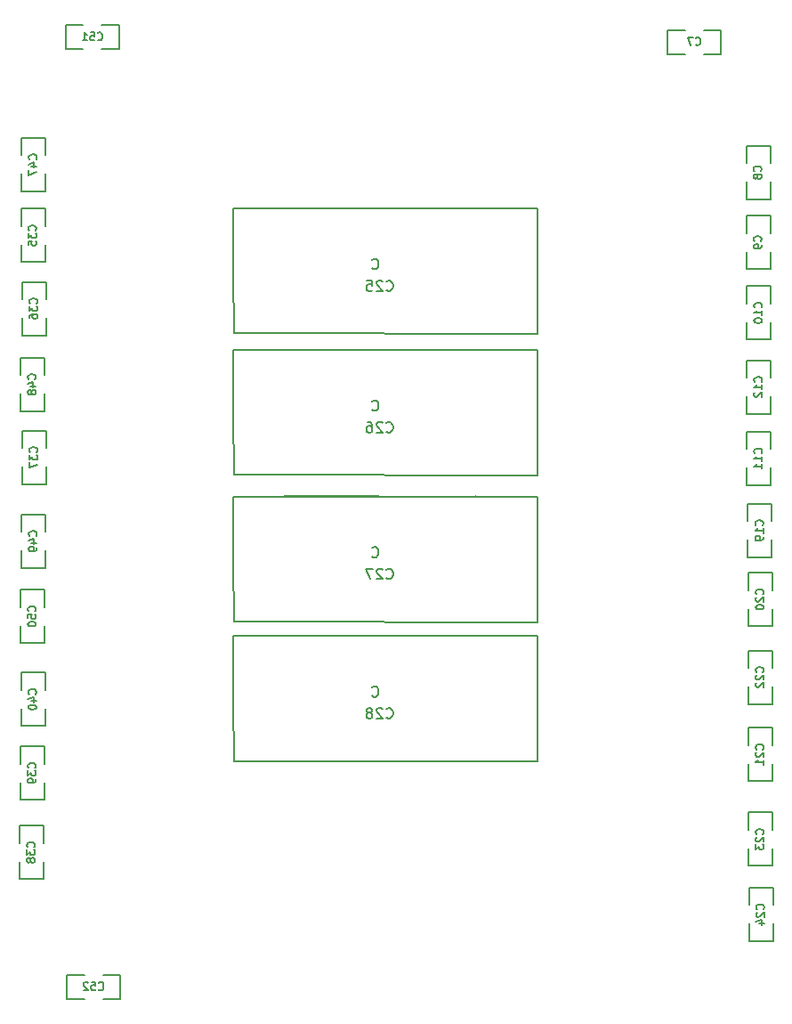
<source format=gbo>
G04 (created by PCBNEW (2013-07-07 BZR 4022)-stable) date 03/03/2017 11:17:35 AM*
%MOIN*%
G04 Gerber Fmt 3.4, Leading zero omitted, Abs format*
%FSLAX34Y34*%
G01*
G70*
G90*
G04 APERTURE LIST*
%ADD10C,0.00590551*%
%ADD11C,0.005*%
G04 APERTURE END LIST*
G54D10*
G54D11*
X64938Y-59858D02*
X64038Y-59858D01*
X64038Y-59858D02*
X64038Y-59208D01*
X64938Y-58508D02*
X64938Y-57858D01*
X64938Y-57858D02*
X64038Y-57858D01*
X64038Y-57858D02*
X64038Y-58508D01*
X64938Y-59208D02*
X64938Y-59858D01*
X64879Y-65586D02*
X63979Y-65586D01*
X63979Y-65586D02*
X63979Y-64936D01*
X64879Y-64236D02*
X64879Y-63586D01*
X64879Y-63586D02*
X63979Y-63586D01*
X63979Y-63586D02*
X63979Y-64236D01*
X64879Y-64936D02*
X64879Y-65586D01*
X64918Y-62614D02*
X64018Y-62614D01*
X64018Y-62614D02*
X64018Y-61964D01*
X64918Y-61264D02*
X64918Y-60614D01*
X64918Y-60614D02*
X64018Y-60614D01*
X64018Y-60614D02*
X64018Y-61264D01*
X64918Y-61964D02*
X64918Y-62614D01*
X64977Y-50803D02*
X64077Y-50803D01*
X64077Y-50803D02*
X64077Y-50153D01*
X64977Y-49453D02*
X64977Y-48803D01*
X64977Y-48803D02*
X64077Y-48803D01*
X64077Y-48803D02*
X64077Y-49453D01*
X64977Y-50153D02*
X64977Y-50803D01*
X64977Y-45232D02*
X64077Y-45232D01*
X64077Y-45232D02*
X64077Y-44582D01*
X64977Y-43882D02*
X64977Y-43232D01*
X64977Y-43232D02*
X64077Y-43232D01*
X64077Y-43232D02*
X64077Y-43882D01*
X64977Y-44582D02*
X64977Y-45232D01*
X64938Y-42496D02*
X64038Y-42496D01*
X64038Y-42496D02*
X64038Y-41846D01*
X64938Y-41146D02*
X64938Y-40496D01*
X64938Y-40496D02*
X64038Y-40496D01*
X64038Y-40496D02*
X64038Y-41146D01*
X64938Y-41846D02*
X64938Y-42496D01*
X65751Y-70075D02*
X65751Y-69175D01*
X65751Y-69175D02*
X66401Y-69175D01*
X67101Y-70075D02*
X67751Y-70075D01*
X67751Y-70075D02*
X67751Y-69175D01*
X67751Y-69175D02*
X67101Y-69175D01*
X66401Y-70075D02*
X65751Y-70075D01*
X65712Y-34524D02*
X65712Y-33624D01*
X65712Y-33624D02*
X66362Y-33624D01*
X67062Y-34524D02*
X67712Y-34524D01*
X67712Y-34524D02*
X67712Y-33624D01*
X67712Y-33624D02*
X67062Y-33624D01*
X66362Y-34524D02*
X65712Y-34524D01*
X64918Y-56748D02*
X64018Y-56748D01*
X64018Y-56748D02*
X64018Y-56098D01*
X64918Y-55398D02*
X64918Y-54748D01*
X64918Y-54748D02*
X64018Y-54748D01*
X64018Y-54748D02*
X64018Y-55398D01*
X64918Y-56098D02*
X64918Y-56748D01*
X64957Y-53933D02*
X64057Y-53933D01*
X64057Y-53933D02*
X64057Y-53283D01*
X64957Y-52583D02*
X64957Y-51933D01*
X64957Y-51933D02*
X64057Y-51933D01*
X64057Y-51933D02*
X64057Y-52583D01*
X64957Y-53283D02*
X64957Y-53933D01*
X91223Y-46165D02*
X92123Y-46165D01*
X92123Y-46165D02*
X92123Y-46815D01*
X91223Y-47515D02*
X91223Y-48165D01*
X91223Y-48165D02*
X92123Y-48165D01*
X92123Y-48165D02*
X92123Y-47515D01*
X91223Y-46815D02*
X91223Y-46165D01*
X91223Y-48842D02*
X92123Y-48842D01*
X92123Y-48842D02*
X92123Y-49492D01*
X91223Y-50192D02*
X91223Y-50842D01*
X91223Y-50842D02*
X92123Y-50842D01*
X92123Y-50842D02*
X92123Y-50192D01*
X91223Y-49492D02*
X91223Y-48842D01*
X91223Y-43389D02*
X92123Y-43389D01*
X92123Y-43389D02*
X92123Y-44039D01*
X91223Y-44739D02*
X91223Y-45389D01*
X91223Y-45389D02*
X92123Y-45389D01*
X92123Y-45389D02*
X92123Y-44739D01*
X91223Y-44039D02*
X91223Y-43389D01*
X91203Y-40751D02*
X92103Y-40751D01*
X92103Y-40751D02*
X92103Y-41401D01*
X91203Y-42101D02*
X91203Y-42751D01*
X91203Y-42751D02*
X92103Y-42751D01*
X92103Y-42751D02*
X92103Y-42101D01*
X91203Y-41401D02*
X91203Y-40751D01*
X91203Y-38133D02*
X92103Y-38133D01*
X92103Y-38133D02*
X92103Y-38783D01*
X91203Y-39483D02*
X91203Y-40133D01*
X91203Y-40133D02*
X92103Y-40133D01*
X92103Y-40133D02*
X92103Y-39483D01*
X91203Y-38783D02*
X91203Y-38133D01*
X90251Y-33801D02*
X90251Y-34701D01*
X90251Y-34701D02*
X89601Y-34701D01*
X88901Y-33801D02*
X88251Y-33801D01*
X88251Y-33801D02*
X88251Y-34701D01*
X88251Y-34701D02*
X88901Y-34701D01*
X89601Y-33801D02*
X90251Y-33801D01*
X91301Y-65909D02*
X92201Y-65909D01*
X92201Y-65909D02*
X92201Y-66559D01*
X91301Y-67259D02*
X91301Y-67909D01*
X91301Y-67909D02*
X92201Y-67909D01*
X92201Y-67909D02*
X92201Y-67259D01*
X91301Y-66559D02*
X91301Y-65909D01*
X64918Y-48066D02*
X64018Y-48066D01*
X64018Y-48066D02*
X64018Y-47416D01*
X64918Y-46716D02*
X64918Y-46066D01*
X64918Y-46066D02*
X64018Y-46066D01*
X64018Y-46066D02*
X64018Y-46716D01*
X64918Y-47416D02*
X64918Y-48066D01*
X91282Y-63094D02*
X92182Y-63094D01*
X92182Y-63094D02*
X92182Y-63744D01*
X91282Y-64444D02*
X91282Y-65094D01*
X91282Y-65094D02*
X92182Y-65094D01*
X92182Y-65094D02*
X92182Y-64444D01*
X91282Y-63744D02*
X91282Y-63094D01*
X91282Y-57031D02*
X92182Y-57031D01*
X92182Y-57031D02*
X92182Y-57681D01*
X91282Y-58381D02*
X91282Y-59031D01*
X91282Y-59031D02*
X92182Y-59031D01*
X92182Y-59031D02*
X92182Y-58381D01*
X91282Y-57681D02*
X91282Y-57031D01*
X91282Y-59925D02*
X92182Y-59925D01*
X92182Y-59925D02*
X92182Y-60575D01*
X91282Y-61275D02*
X91282Y-61925D01*
X91282Y-61925D02*
X92182Y-61925D01*
X92182Y-61925D02*
X92182Y-61275D01*
X91282Y-60575D02*
X91282Y-59925D01*
X91282Y-54118D02*
X92182Y-54118D01*
X92182Y-54118D02*
X92182Y-54768D01*
X91282Y-55468D02*
X91282Y-56118D01*
X91282Y-56118D02*
X92182Y-56118D01*
X92182Y-56118D02*
X92182Y-55468D01*
X91282Y-54768D02*
X91282Y-54118D01*
X91262Y-51539D02*
X92162Y-51539D01*
X92162Y-51539D02*
X92162Y-52189D01*
X91262Y-52889D02*
X91262Y-53539D01*
X91262Y-53539D02*
X92162Y-53539D01*
X92162Y-53539D02*
X92162Y-52889D01*
X91262Y-52189D02*
X91262Y-51539D01*
X64957Y-39838D02*
X64057Y-39838D01*
X64057Y-39838D02*
X64057Y-39188D01*
X64957Y-38488D02*
X64957Y-37838D01*
X64957Y-37838D02*
X64057Y-37838D01*
X64057Y-37838D02*
X64057Y-38488D01*
X64957Y-39188D02*
X64957Y-39838D01*
G54D10*
X71968Y-42976D02*
X71968Y-40488D01*
X71968Y-40488D02*
X83385Y-40488D01*
X83385Y-40488D02*
X83370Y-45177D01*
X83370Y-45177D02*
X72000Y-45161D01*
X72000Y-45161D02*
X71968Y-42881D01*
X73889Y-40468D02*
X81074Y-40484D01*
X81074Y-40484D02*
X81043Y-40468D01*
X71968Y-58980D02*
X71968Y-56492D01*
X71968Y-56492D02*
X83385Y-56492D01*
X83385Y-56492D02*
X83370Y-61181D01*
X83370Y-61181D02*
X72000Y-61165D01*
X72000Y-61165D02*
X71968Y-58885D01*
X73889Y-56472D02*
X81074Y-56488D01*
X81074Y-56488D02*
X81043Y-56472D01*
X71968Y-48271D02*
X71968Y-45783D01*
X71968Y-45783D02*
X83385Y-45783D01*
X83385Y-45783D02*
X83370Y-50472D01*
X83370Y-50472D02*
X72000Y-50456D01*
X72000Y-50456D02*
X71968Y-48177D01*
X73889Y-45763D02*
X81074Y-45779D01*
X81074Y-45779D02*
X81043Y-45763D01*
X71968Y-53763D02*
X71968Y-51275D01*
X71968Y-51275D02*
X83385Y-51275D01*
X83385Y-51275D02*
X83370Y-55964D01*
X83370Y-55964D02*
X72000Y-55948D01*
X72000Y-55948D02*
X71968Y-53669D01*
X73889Y-51255D02*
X81074Y-51271D01*
X81074Y-51271D02*
X81043Y-51255D01*
G54D11*
X64581Y-58665D02*
X64595Y-58651D01*
X64609Y-58608D01*
X64609Y-58579D01*
X64595Y-58536D01*
X64566Y-58508D01*
X64538Y-58493D01*
X64481Y-58479D01*
X64438Y-58479D01*
X64381Y-58493D01*
X64352Y-58508D01*
X64323Y-58536D01*
X64309Y-58579D01*
X64309Y-58608D01*
X64323Y-58651D01*
X64338Y-58665D01*
X64409Y-58922D02*
X64609Y-58922D01*
X64295Y-58851D02*
X64509Y-58779D01*
X64509Y-58965D01*
X64309Y-59136D02*
X64309Y-59165D01*
X64323Y-59193D01*
X64338Y-59208D01*
X64366Y-59222D01*
X64423Y-59236D01*
X64495Y-59236D01*
X64552Y-59222D01*
X64581Y-59208D01*
X64595Y-59193D01*
X64609Y-59165D01*
X64609Y-59136D01*
X64595Y-59108D01*
X64581Y-59093D01*
X64552Y-59079D01*
X64495Y-59065D01*
X64423Y-59065D01*
X64366Y-59079D01*
X64338Y-59093D01*
X64323Y-59108D01*
X64309Y-59136D01*
X64521Y-64393D02*
X64536Y-64379D01*
X64550Y-64336D01*
X64550Y-64308D01*
X64536Y-64265D01*
X64507Y-64236D01*
X64479Y-64222D01*
X64421Y-64208D01*
X64379Y-64208D01*
X64321Y-64222D01*
X64293Y-64236D01*
X64264Y-64265D01*
X64250Y-64308D01*
X64250Y-64336D01*
X64264Y-64379D01*
X64279Y-64393D01*
X64250Y-64493D02*
X64250Y-64679D01*
X64364Y-64579D01*
X64364Y-64622D01*
X64379Y-64650D01*
X64393Y-64665D01*
X64421Y-64679D01*
X64493Y-64679D01*
X64521Y-64665D01*
X64536Y-64650D01*
X64550Y-64622D01*
X64550Y-64536D01*
X64536Y-64508D01*
X64521Y-64493D01*
X64379Y-64850D02*
X64364Y-64822D01*
X64350Y-64808D01*
X64321Y-64793D01*
X64307Y-64793D01*
X64279Y-64808D01*
X64264Y-64822D01*
X64250Y-64850D01*
X64250Y-64908D01*
X64264Y-64936D01*
X64279Y-64950D01*
X64307Y-64965D01*
X64321Y-64965D01*
X64350Y-64950D01*
X64364Y-64936D01*
X64379Y-64908D01*
X64379Y-64850D01*
X64393Y-64822D01*
X64407Y-64808D01*
X64436Y-64793D01*
X64493Y-64793D01*
X64521Y-64808D01*
X64536Y-64822D01*
X64550Y-64850D01*
X64550Y-64908D01*
X64536Y-64936D01*
X64521Y-64950D01*
X64493Y-64965D01*
X64436Y-64965D01*
X64407Y-64950D01*
X64393Y-64936D01*
X64379Y-64908D01*
X64561Y-61421D02*
X64575Y-61407D01*
X64589Y-61364D01*
X64589Y-61335D01*
X64575Y-61292D01*
X64547Y-61264D01*
X64518Y-61249D01*
X64461Y-61235D01*
X64418Y-61235D01*
X64361Y-61249D01*
X64332Y-61264D01*
X64304Y-61292D01*
X64289Y-61335D01*
X64289Y-61364D01*
X64304Y-61407D01*
X64318Y-61421D01*
X64289Y-61521D02*
X64289Y-61707D01*
X64404Y-61607D01*
X64404Y-61649D01*
X64418Y-61678D01*
X64432Y-61692D01*
X64461Y-61707D01*
X64532Y-61707D01*
X64561Y-61692D01*
X64575Y-61678D01*
X64589Y-61649D01*
X64589Y-61564D01*
X64575Y-61535D01*
X64561Y-61521D01*
X64589Y-61849D02*
X64589Y-61907D01*
X64575Y-61935D01*
X64561Y-61949D01*
X64518Y-61978D01*
X64461Y-61992D01*
X64347Y-61992D01*
X64318Y-61978D01*
X64304Y-61964D01*
X64289Y-61935D01*
X64289Y-61878D01*
X64304Y-61849D01*
X64318Y-61835D01*
X64347Y-61821D01*
X64418Y-61821D01*
X64447Y-61835D01*
X64461Y-61849D01*
X64475Y-61878D01*
X64475Y-61935D01*
X64461Y-61964D01*
X64447Y-61978D01*
X64418Y-61992D01*
X64620Y-49610D02*
X64634Y-49596D01*
X64648Y-49553D01*
X64648Y-49524D01*
X64634Y-49481D01*
X64606Y-49453D01*
X64577Y-49438D01*
X64520Y-49424D01*
X64477Y-49424D01*
X64420Y-49438D01*
X64391Y-49453D01*
X64363Y-49481D01*
X64348Y-49524D01*
X64348Y-49553D01*
X64363Y-49596D01*
X64377Y-49610D01*
X64348Y-49710D02*
X64348Y-49896D01*
X64463Y-49796D01*
X64463Y-49838D01*
X64477Y-49867D01*
X64491Y-49881D01*
X64520Y-49896D01*
X64591Y-49896D01*
X64620Y-49881D01*
X64634Y-49867D01*
X64648Y-49838D01*
X64648Y-49753D01*
X64634Y-49724D01*
X64620Y-49710D01*
X64348Y-49996D02*
X64348Y-50196D01*
X64648Y-50067D01*
X64620Y-44039D02*
X64634Y-44025D01*
X64648Y-43982D01*
X64648Y-43953D01*
X64634Y-43910D01*
X64606Y-43882D01*
X64577Y-43867D01*
X64520Y-43853D01*
X64477Y-43853D01*
X64420Y-43867D01*
X64391Y-43882D01*
X64363Y-43910D01*
X64348Y-43953D01*
X64348Y-43982D01*
X64363Y-44025D01*
X64377Y-44039D01*
X64348Y-44139D02*
X64348Y-44325D01*
X64463Y-44225D01*
X64463Y-44267D01*
X64477Y-44296D01*
X64491Y-44310D01*
X64520Y-44325D01*
X64591Y-44325D01*
X64620Y-44310D01*
X64634Y-44296D01*
X64648Y-44267D01*
X64648Y-44182D01*
X64634Y-44153D01*
X64620Y-44139D01*
X64348Y-44582D02*
X64348Y-44525D01*
X64363Y-44496D01*
X64377Y-44482D01*
X64420Y-44453D01*
X64477Y-44439D01*
X64591Y-44439D01*
X64620Y-44453D01*
X64634Y-44467D01*
X64648Y-44496D01*
X64648Y-44553D01*
X64634Y-44582D01*
X64620Y-44596D01*
X64591Y-44610D01*
X64520Y-44610D01*
X64491Y-44596D01*
X64477Y-44582D01*
X64463Y-44553D01*
X64463Y-44496D01*
X64477Y-44467D01*
X64491Y-44453D01*
X64520Y-44439D01*
X64581Y-41303D02*
X64595Y-41288D01*
X64609Y-41246D01*
X64609Y-41217D01*
X64595Y-41174D01*
X64566Y-41146D01*
X64538Y-41131D01*
X64481Y-41117D01*
X64438Y-41117D01*
X64381Y-41131D01*
X64352Y-41146D01*
X64323Y-41174D01*
X64309Y-41217D01*
X64309Y-41246D01*
X64323Y-41288D01*
X64338Y-41303D01*
X64309Y-41403D02*
X64309Y-41588D01*
X64423Y-41488D01*
X64423Y-41531D01*
X64438Y-41560D01*
X64452Y-41574D01*
X64481Y-41588D01*
X64552Y-41588D01*
X64581Y-41574D01*
X64595Y-41560D01*
X64609Y-41531D01*
X64609Y-41446D01*
X64595Y-41417D01*
X64581Y-41403D01*
X64309Y-41860D02*
X64309Y-41717D01*
X64452Y-41703D01*
X64438Y-41717D01*
X64423Y-41746D01*
X64423Y-41817D01*
X64438Y-41846D01*
X64452Y-41860D01*
X64481Y-41874D01*
X64552Y-41874D01*
X64581Y-41860D01*
X64595Y-41846D01*
X64609Y-41817D01*
X64609Y-41746D01*
X64595Y-41717D01*
X64581Y-41703D01*
X66944Y-69718D02*
X66959Y-69733D01*
X67001Y-69747D01*
X67030Y-69747D01*
X67073Y-69733D01*
X67101Y-69704D01*
X67116Y-69675D01*
X67130Y-69618D01*
X67130Y-69575D01*
X67116Y-69518D01*
X67101Y-69490D01*
X67073Y-69461D01*
X67030Y-69447D01*
X67001Y-69447D01*
X66959Y-69461D01*
X66944Y-69475D01*
X66673Y-69447D02*
X66816Y-69447D01*
X66830Y-69590D01*
X66816Y-69575D01*
X66787Y-69561D01*
X66716Y-69561D01*
X66687Y-69575D01*
X66673Y-69590D01*
X66659Y-69618D01*
X66659Y-69690D01*
X66673Y-69718D01*
X66687Y-69733D01*
X66716Y-69747D01*
X66787Y-69747D01*
X66816Y-69733D01*
X66830Y-69718D01*
X66544Y-69475D02*
X66530Y-69461D01*
X66501Y-69447D01*
X66430Y-69447D01*
X66401Y-69461D01*
X66387Y-69475D01*
X66373Y-69504D01*
X66373Y-69533D01*
X66387Y-69575D01*
X66559Y-69747D01*
X66373Y-69747D01*
X66905Y-34167D02*
X66919Y-34181D01*
X66962Y-34196D01*
X66991Y-34196D01*
X67034Y-34181D01*
X67062Y-34153D01*
X67076Y-34124D01*
X67091Y-34067D01*
X67091Y-34024D01*
X67076Y-33967D01*
X67062Y-33939D01*
X67034Y-33910D01*
X66991Y-33896D01*
X66962Y-33896D01*
X66919Y-33910D01*
X66905Y-33924D01*
X66634Y-33896D02*
X66776Y-33896D01*
X66791Y-34039D01*
X66776Y-34024D01*
X66748Y-34010D01*
X66676Y-34010D01*
X66648Y-34024D01*
X66634Y-34039D01*
X66619Y-34067D01*
X66619Y-34139D01*
X66634Y-34167D01*
X66648Y-34181D01*
X66676Y-34196D01*
X66748Y-34196D01*
X66776Y-34181D01*
X66791Y-34167D01*
X66334Y-34196D02*
X66505Y-34196D01*
X66419Y-34196D02*
X66419Y-33896D01*
X66448Y-33939D01*
X66476Y-33967D01*
X66505Y-33981D01*
X64561Y-55555D02*
X64575Y-55540D01*
X64589Y-55498D01*
X64589Y-55469D01*
X64575Y-55426D01*
X64547Y-55398D01*
X64518Y-55383D01*
X64461Y-55369D01*
X64418Y-55369D01*
X64361Y-55383D01*
X64332Y-55398D01*
X64304Y-55426D01*
X64289Y-55469D01*
X64289Y-55498D01*
X64304Y-55540D01*
X64318Y-55555D01*
X64289Y-55826D02*
X64289Y-55683D01*
X64432Y-55669D01*
X64418Y-55683D01*
X64404Y-55712D01*
X64404Y-55783D01*
X64418Y-55812D01*
X64432Y-55826D01*
X64461Y-55840D01*
X64532Y-55840D01*
X64561Y-55826D01*
X64575Y-55812D01*
X64589Y-55783D01*
X64589Y-55712D01*
X64575Y-55683D01*
X64561Y-55669D01*
X64289Y-56026D02*
X64289Y-56055D01*
X64304Y-56083D01*
X64318Y-56098D01*
X64347Y-56112D01*
X64404Y-56126D01*
X64475Y-56126D01*
X64532Y-56112D01*
X64561Y-56098D01*
X64575Y-56083D01*
X64589Y-56055D01*
X64589Y-56026D01*
X64575Y-55998D01*
X64561Y-55983D01*
X64532Y-55969D01*
X64475Y-55955D01*
X64404Y-55955D01*
X64347Y-55969D01*
X64318Y-55983D01*
X64304Y-55998D01*
X64289Y-56026D01*
X64600Y-52740D02*
X64615Y-52725D01*
X64629Y-52683D01*
X64629Y-52654D01*
X64615Y-52611D01*
X64586Y-52583D01*
X64557Y-52568D01*
X64500Y-52554D01*
X64457Y-52554D01*
X64400Y-52568D01*
X64372Y-52583D01*
X64343Y-52611D01*
X64329Y-52654D01*
X64329Y-52683D01*
X64343Y-52725D01*
X64357Y-52740D01*
X64429Y-52997D02*
X64629Y-52997D01*
X64315Y-52925D02*
X64529Y-52854D01*
X64529Y-53040D01*
X64629Y-53168D02*
X64629Y-53225D01*
X64615Y-53254D01*
X64600Y-53268D01*
X64557Y-53297D01*
X64500Y-53311D01*
X64386Y-53311D01*
X64357Y-53297D01*
X64343Y-53283D01*
X64329Y-53254D01*
X64329Y-53197D01*
X64343Y-53168D01*
X64357Y-53154D01*
X64386Y-53140D01*
X64457Y-53140D01*
X64486Y-53154D01*
X64500Y-53168D01*
X64515Y-53197D01*
X64515Y-53254D01*
X64500Y-53283D01*
X64486Y-53297D01*
X64457Y-53311D01*
X91766Y-46972D02*
X91780Y-46958D01*
X91794Y-46915D01*
X91794Y-46886D01*
X91780Y-46843D01*
X91751Y-46815D01*
X91723Y-46801D01*
X91666Y-46786D01*
X91623Y-46786D01*
X91566Y-46801D01*
X91537Y-46815D01*
X91508Y-46843D01*
X91494Y-46886D01*
X91494Y-46915D01*
X91508Y-46958D01*
X91523Y-46972D01*
X91794Y-47258D02*
X91794Y-47086D01*
X91794Y-47172D02*
X91494Y-47172D01*
X91537Y-47143D01*
X91566Y-47115D01*
X91580Y-47086D01*
X91523Y-47372D02*
X91508Y-47386D01*
X91494Y-47415D01*
X91494Y-47486D01*
X91508Y-47515D01*
X91523Y-47529D01*
X91551Y-47543D01*
X91580Y-47543D01*
X91623Y-47529D01*
X91794Y-47358D01*
X91794Y-47543D01*
X91766Y-49649D02*
X91780Y-49635D01*
X91794Y-49592D01*
X91794Y-49563D01*
X91780Y-49521D01*
X91751Y-49492D01*
X91723Y-49478D01*
X91666Y-49463D01*
X91623Y-49463D01*
X91566Y-49478D01*
X91537Y-49492D01*
X91508Y-49521D01*
X91494Y-49563D01*
X91494Y-49592D01*
X91508Y-49635D01*
X91523Y-49649D01*
X91794Y-49935D02*
X91794Y-49763D01*
X91794Y-49849D02*
X91494Y-49849D01*
X91537Y-49821D01*
X91566Y-49792D01*
X91580Y-49763D01*
X91794Y-50221D02*
X91794Y-50049D01*
X91794Y-50135D02*
X91494Y-50135D01*
X91537Y-50106D01*
X91566Y-50078D01*
X91580Y-50049D01*
X91766Y-44196D02*
X91780Y-44182D01*
X91794Y-44139D01*
X91794Y-44111D01*
X91780Y-44068D01*
X91751Y-44039D01*
X91723Y-44025D01*
X91666Y-44011D01*
X91623Y-44011D01*
X91566Y-44025D01*
X91537Y-44039D01*
X91508Y-44068D01*
X91494Y-44111D01*
X91494Y-44139D01*
X91508Y-44182D01*
X91523Y-44196D01*
X91794Y-44482D02*
X91794Y-44311D01*
X91794Y-44396D02*
X91494Y-44396D01*
X91537Y-44368D01*
X91566Y-44339D01*
X91580Y-44311D01*
X91494Y-44668D02*
X91494Y-44696D01*
X91508Y-44725D01*
X91523Y-44739D01*
X91551Y-44754D01*
X91608Y-44768D01*
X91680Y-44768D01*
X91737Y-44754D01*
X91766Y-44739D01*
X91780Y-44725D01*
X91794Y-44696D01*
X91794Y-44668D01*
X91780Y-44639D01*
X91766Y-44625D01*
X91737Y-44611D01*
X91680Y-44596D01*
X91608Y-44596D01*
X91551Y-44611D01*
X91523Y-44625D01*
X91508Y-44639D01*
X91494Y-44668D01*
X91746Y-41701D02*
X91760Y-41687D01*
X91774Y-41644D01*
X91774Y-41616D01*
X91760Y-41573D01*
X91732Y-41544D01*
X91703Y-41530D01*
X91646Y-41516D01*
X91603Y-41516D01*
X91546Y-41530D01*
X91517Y-41544D01*
X91489Y-41573D01*
X91474Y-41616D01*
X91474Y-41644D01*
X91489Y-41687D01*
X91503Y-41701D01*
X91774Y-41844D02*
X91774Y-41901D01*
X91760Y-41930D01*
X91746Y-41944D01*
X91703Y-41973D01*
X91646Y-41987D01*
X91532Y-41987D01*
X91503Y-41973D01*
X91489Y-41959D01*
X91474Y-41930D01*
X91474Y-41873D01*
X91489Y-41844D01*
X91503Y-41830D01*
X91532Y-41816D01*
X91603Y-41816D01*
X91632Y-41830D01*
X91646Y-41844D01*
X91660Y-41873D01*
X91660Y-41930D01*
X91646Y-41959D01*
X91632Y-41973D01*
X91603Y-41987D01*
X91746Y-39083D02*
X91760Y-39069D01*
X91774Y-39026D01*
X91774Y-38998D01*
X91760Y-38955D01*
X91732Y-38926D01*
X91703Y-38912D01*
X91646Y-38898D01*
X91603Y-38898D01*
X91546Y-38912D01*
X91517Y-38926D01*
X91489Y-38955D01*
X91474Y-38998D01*
X91474Y-39026D01*
X91489Y-39069D01*
X91503Y-39083D01*
X91603Y-39255D02*
X91589Y-39226D01*
X91574Y-39212D01*
X91546Y-39198D01*
X91532Y-39198D01*
X91503Y-39212D01*
X91489Y-39226D01*
X91474Y-39255D01*
X91474Y-39312D01*
X91489Y-39341D01*
X91503Y-39355D01*
X91532Y-39369D01*
X91546Y-39369D01*
X91574Y-39355D01*
X91589Y-39341D01*
X91603Y-39312D01*
X91603Y-39255D01*
X91617Y-39226D01*
X91632Y-39212D01*
X91660Y-39198D01*
X91717Y-39198D01*
X91746Y-39212D01*
X91760Y-39226D01*
X91774Y-39255D01*
X91774Y-39312D01*
X91760Y-39341D01*
X91746Y-39355D01*
X91717Y-39369D01*
X91660Y-39369D01*
X91632Y-39355D01*
X91617Y-39341D01*
X91603Y-39312D01*
X89301Y-34344D02*
X89316Y-34359D01*
X89359Y-34373D01*
X89387Y-34373D01*
X89430Y-34359D01*
X89459Y-34330D01*
X89473Y-34301D01*
X89487Y-34244D01*
X89487Y-34201D01*
X89473Y-34144D01*
X89459Y-34116D01*
X89430Y-34087D01*
X89387Y-34073D01*
X89359Y-34073D01*
X89316Y-34087D01*
X89301Y-34101D01*
X89201Y-34073D02*
X89001Y-34073D01*
X89130Y-34373D01*
X91844Y-66716D02*
X91859Y-66702D01*
X91873Y-66659D01*
X91873Y-66630D01*
X91859Y-66588D01*
X91830Y-66559D01*
X91801Y-66545D01*
X91744Y-66530D01*
X91701Y-66530D01*
X91644Y-66545D01*
X91616Y-66559D01*
X91587Y-66588D01*
X91573Y-66630D01*
X91573Y-66659D01*
X91587Y-66702D01*
X91601Y-66716D01*
X91601Y-66830D02*
X91587Y-66845D01*
X91573Y-66873D01*
X91573Y-66945D01*
X91587Y-66973D01*
X91601Y-66988D01*
X91630Y-67002D01*
X91659Y-67002D01*
X91701Y-66988D01*
X91873Y-66816D01*
X91873Y-67002D01*
X91673Y-67259D02*
X91873Y-67259D01*
X91559Y-67188D02*
X91773Y-67116D01*
X91773Y-67302D01*
X64561Y-46874D02*
X64575Y-46859D01*
X64589Y-46816D01*
X64589Y-46788D01*
X64575Y-46745D01*
X64547Y-46716D01*
X64518Y-46702D01*
X64461Y-46688D01*
X64418Y-46688D01*
X64361Y-46702D01*
X64332Y-46716D01*
X64304Y-46745D01*
X64289Y-46788D01*
X64289Y-46816D01*
X64304Y-46859D01*
X64318Y-46874D01*
X64389Y-47131D02*
X64589Y-47131D01*
X64275Y-47059D02*
X64489Y-46988D01*
X64489Y-47174D01*
X64418Y-47331D02*
X64404Y-47302D01*
X64389Y-47288D01*
X64361Y-47274D01*
X64347Y-47274D01*
X64318Y-47288D01*
X64304Y-47302D01*
X64289Y-47331D01*
X64289Y-47388D01*
X64304Y-47416D01*
X64318Y-47431D01*
X64347Y-47445D01*
X64361Y-47445D01*
X64389Y-47431D01*
X64404Y-47416D01*
X64418Y-47388D01*
X64418Y-47331D01*
X64432Y-47302D01*
X64447Y-47288D01*
X64475Y-47274D01*
X64532Y-47274D01*
X64561Y-47288D01*
X64575Y-47302D01*
X64589Y-47331D01*
X64589Y-47388D01*
X64575Y-47416D01*
X64561Y-47431D01*
X64532Y-47445D01*
X64475Y-47445D01*
X64447Y-47431D01*
X64432Y-47416D01*
X64418Y-47388D01*
X91825Y-63901D02*
X91839Y-63887D01*
X91853Y-63844D01*
X91853Y-63815D01*
X91839Y-63773D01*
X91810Y-63744D01*
X91782Y-63730D01*
X91725Y-63715D01*
X91682Y-63715D01*
X91625Y-63730D01*
X91596Y-63744D01*
X91567Y-63773D01*
X91553Y-63815D01*
X91553Y-63844D01*
X91567Y-63887D01*
X91582Y-63901D01*
X91582Y-64015D02*
X91567Y-64030D01*
X91553Y-64058D01*
X91553Y-64130D01*
X91567Y-64158D01*
X91582Y-64173D01*
X91610Y-64187D01*
X91639Y-64187D01*
X91682Y-64173D01*
X91853Y-64001D01*
X91853Y-64187D01*
X91553Y-64287D02*
X91553Y-64473D01*
X91667Y-64373D01*
X91667Y-64415D01*
X91682Y-64444D01*
X91696Y-64458D01*
X91725Y-64473D01*
X91796Y-64473D01*
X91825Y-64458D01*
X91839Y-64444D01*
X91853Y-64415D01*
X91853Y-64330D01*
X91839Y-64301D01*
X91825Y-64287D01*
X91825Y-57838D02*
X91839Y-57824D01*
X91853Y-57781D01*
X91853Y-57752D01*
X91839Y-57710D01*
X91810Y-57681D01*
X91782Y-57667D01*
X91725Y-57652D01*
X91682Y-57652D01*
X91625Y-57667D01*
X91596Y-57681D01*
X91567Y-57710D01*
X91553Y-57752D01*
X91553Y-57781D01*
X91567Y-57824D01*
X91582Y-57838D01*
X91582Y-57952D02*
X91567Y-57967D01*
X91553Y-57995D01*
X91553Y-58067D01*
X91567Y-58095D01*
X91582Y-58110D01*
X91610Y-58124D01*
X91639Y-58124D01*
X91682Y-58110D01*
X91853Y-57938D01*
X91853Y-58124D01*
X91582Y-58238D02*
X91567Y-58252D01*
X91553Y-58281D01*
X91553Y-58352D01*
X91567Y-58381D01*
X91582Y-58395D01*
X91610Y-58410D01*
X91639Y-58410D01*
X91682Y-58395D01*
X91853Y-58224D01*
X91853Y-58410D01*
X91825Y-60732D02*
X91839Y-60718D01*
X91853Y-60675D01*
X91853Y-60646D01*
X91839Y-60603D01*
X91810Y-60575D01*
X91782Y-60560D01*
X91725Y-60546D01*
X91682Y-60546D01*
X91625Y-60560D01*
X91596Y-60575D01*
X91567Y-60603D01*
X91553Y-60646D01*
X91553Y-60675D01*
X91567Y-60718D01*
X91582Y-60732D01*
X91582Y-60846D02*
X91567Y-60860D01*
X91553Y-60889D01*
X91553Y-60960D01*
X91567Y-60989D01*
X91582Y-61003D01*
X91610Y-61018D01*
X91639Y-61018D01*
X91682Y-61003D01*
X91853Y-60832D01*
X91853Y-61018D01*
X91853Y-61303D02*
X91853Y-61132D01*
X91853Y-61218D02*
X91553Y-61218D01*
X91596Y-61189D01*
X91625Y-61160D01*
X91639Y-61132D01*
X91825Y-54925D02*
X91839Y-54910D01*
X91853Y-54868D01*
X91853Y-54839D01*
X91839Y-54796D01*
X91810Y-54768D01*
X91782Y-54753D01*
X91725Y-54739D01*
X91682Y-54739D01*
X91625Y-54753D01*
X91596Y-54768D01*
X91567Y-54796D01*
X91553Y-54839D01*
X91553Y-54868D01*
X91567Y-54910D01*
X91582Y-54925D01*
X91582Y-55039D02*
X91567Y-55053D01*
X91553Y-55082D01*
X91553Y-55153D01*
X91567Y-55182D01*
X91582Y-55196D01*
X91610Y-55210D01*
X91639Y-55210D01*
X91682Y-55196D01*
X91853Y-55025D01*
X91853Y-55210D01*
X91553Y-55396D02*
X91553Y-55425D01*
X91567Y-55453D01*
X91582Y-55468D01*
X91610Y-55482D01*
X91667Y-55496D01*
X91739Y-55496D01*
X91796Y-55482D01*
X91825Y-55468D01*
X91839Y-55453D01*
X91853Y-55425D01*
X91853Y-55396D01*
X91839Y-55368D01*
X91825Y-55353D01*
X91796Y-55339D01*
X91739Y-55325D01*
X91667Y-55325D01*
X91610Y-55339D01*
X91582Y-55353D01*
X91567Y-55368D01*
X91553Y-55396D01*
X91805Y-52346D02*
X91819Y-52332D01*
X91834Y-52289D01*
X91834Y-52260D01*
X91819Y-52217D01*
X91791Y-52189D01*
X91762Y-52175D01*
X91705Y-52160D01*
X91662Y-52160D01*
X91605Y-52175D01*
X91576Y-52189D01*
X91548Y-52217D01*
X91534Y-52260D01*
X91534Y-52289D01*
X91548Y-52332D01*
X91562Y-52346D01*
X91834Y-52632D02*
X91834Y-52460D01*
X91834Y-52546D02*
X91534Y-52546D01*
X91576Y-52517D01*
X91605Y-52489D01*
X91619Y-52460D01*
X91834Y-52775D02*
X91834Y-52832D01*
X91819Y-52860D01*
X91805Y-52875D01*
X91762Y-52903D01*
X91705Y-52917D01*
X91591Y-52917D01*
X91562Y-52903D01*
X91548Y-52889D01*
X91534Y-52860D01*
X91534Y-52803D01*
X91548Y-52775D01*
X91562Y-52760D01*
X91591Y-52746D01*
X91662Y-52746D01*
X91691Y-52760D01*
X91705Y-52775D01*
X91719Y-52803D01*
X91719Y-52860D01*
X91705Y-52889D01*
X91691Y-52903D01*
X91662Y-52917D01*
X64600Y-38645D02*
X64615Y-38631D01*
X64629Y-38588D01*
X64629Y-38560D01*
X64615Y-38517D01*
X64586Y-38488D01*
X64557Y-38474D01*
X64500Y-38460D01*
X64457Y-38460D01*
X64400Y-38474D01*
X64372Y-38488D01*
X64343Y-38517D01*
X64329Y-38560D01*
X64329Y-38588D01*
X64343Y-38631D01*
X64357Y-38645D01*
X64429Y-38902D02*
X64629Y-38902D01*
X64315Y-38831D02*
X64529Y-38760D01*
X64529Y-38945D01*
X64329Y-39031D02*
X64329Y-39231D01*
X64629Y-39102D01*
G54D10*
X77721Y-43535D02*
X77740Y-43553D01*
X77796Y-43572D01*
X77834Y-43572D01*
X77890Y-43553D01*
X77927Y-43516D01*
X77946Y-43479D01*
X77965Y-43404D01*
X77965Y-43347D01*
X77946Y-43272D01*
X77927Y-43235D01*
X77890Y-43197D01*
X77834Y-43179D01*
X77796Y-43179D01*
X77740Y-43197D01*
X77721Y-43216D01*
X77571Y-43216D02*
X77552Y-43197D01*
X77515Y-43179D01*
X77421Y-43179D01*
X77384Y-43197D01*
X77365Y-43216D01*
X77346Y-43254D01*
X77346Y-43291D01*
X77365Y-43347D01*
X77590Y-43572D01*
X77346Y-43572D01*
X76990Y-43179D02*
X77177Y-43179D01*
X77196Y-43366D01*
X77177Y-43347D01*
X77140Y-43329D01*
X77046Y-43329D01*
X77009Y-43347D01*
X76990Y-43366D01*
X76971Y-43404D01*
X76971Y-43497D01*
X76990Y-43535D01*
X77009Y-43553D01*
X77046Y-43572D01*
X77140Y-43572D01*
X77177Y-43553D01*
X77196Y-43535D01*
X77185Y-42724D02*
X77203Y-42742D01*
X77260Y-42761D01*
X77297Y-42761D01*
X77353Y-42742D01*
X77391Y-42705D01*
X77410Y-42667D01*
X77428Y-42592D01*
X77428Y-42536D01*
X77410Y-42461D01*
X77391Y-42424D01*
X77353Y-42386D01*
X77297Y-42368D01*
X77260Y-42368D01*
X77203Y-42386D01*
X77185Y-42405D01*
X77721Y-59539D02*
X77740Y-59557D01*
X77796Y-59576D01*
X77834Y-59576D01*
X77890Y-59557D01*
X77927Y-59520D01*
X77946Y-59482D01*
X77965Y-59407D01*
X77965Y-59351D01*
X77946Y-59276D01*
X77927Y-59239D01*
X77890Y-59201D01*
X77834Y-59182D01*
X77796Y-59182D01*
X77740Y-59201D01*
X77721Y-59220D01*
X77571Y-59220D02*
X77552Y-59201D01*
X77515Y-59182D01*
X77421Y-59182D01*
X77384Y-59201D01*
X77365Y-59220D01*
X77346Y-59257D01*
X77346Y-59295D01*
X77365Y-59351D01*
X77590Y-59576D01*
X77346Y-59576D01*
X77121Y-59351D02*
X77159Y-59332D01*
X77177Y-59314D01*
X77196Y-59276D01*
X77196Y-59257D01*
X77177Y-59220D01*
X77159Y-59201D01*
X77121Y-59182D01*
X77046Y-59182D01*
X77009Y-59201D01*
X76990Y-59220D01*
X76971Y-59257D01*
X76971Y-59276D01*
X76990Y-59314D01*
X77009Y-59332D01*
X77046Y-59351D01*
X77121Y-59351D01*
X77159Y-59370D01*
X77177Y-59389D01*
X77196Y-59426D01*
X77196Y-59501D01*
X77177Y-59539D01*
X77159Y-59557D01*
X77121Y-59576D01*
X77046Y-59576D01*
X77009Y-59557D01*
X76990Y-59539D01*
X76971Y-59501D01*
X76971Y-59426D01*
X76990Y-59389D01*
X77009Y-59370D01*
X77046Y-59351D01*
X77185Y-58728D02*
X77203Y-58746D01*
X77260Y-58765D01*
X77297Y-58765D01*
X77353Y-58746D01*
X77391Y-58709D01*
X77410Y-58671D01*
X77428Y-58596D01*
X77428Y-58540D01*
X77410Y-58465D01*
X77391Y-58428D01*
X77353Y-58390D01*
X77297Y-58371D01*
X77260Y-58371D01*
X77203Y-58390D01*
X77185Y-58409D01*
X77721Y-48830D02*
X77740Y-48849D01*
X77796Y-48868D01*
X77834Y-48868D01*
X77890Y-48849D01*
X77927Y-48811D01*
X77946Y-48774D01*
X77965Y-48699D01*
X77965Y-48643D01*
X77946Y-48568D01*
X77927Y-48530D01*
X77890Y-48493D01*
X77834Y-48474D01*
X77796Y-48474D01*
X77740Y-48493D01*
X77721Y-48511D01*
X77571Y-48511D02*
X77552Y-48493D01*
X77515Y-48474D01*
X77421Y-48474D01*
X77384Y-48493D01*
X77365Y-48511D01*
X77346Y-48549D01*
X77346Y-48586D01*
X77365Y-48643D01*
X77590Y-48868D01*
X77346Y-48868D01*
X77009Y-48474D02*
X77084Y-48474D01*
X77121Y-48493D01*
X77140Y-48511D01*
X77177Y-48568D01*
X77196Y-48643D01*
X77196Y-48793D01*
X77177Y-48830D01*
X77159Y-48849D01*
X77121Y-48868D01*
X77046Y-48868D01*
X77009Y-48849D01*
X76990Y-48830D01*
X76971Y-48793D01*
X76971Y-48699D01*
X76990Y-48661D01*
X77009Y-48643D01*
X77046Y-48624D01*
X77121Y-48624D01*
X77159Y-48643D01*
X77177Y-48661D01*
X77196Y-48699D01*
X77185Y-48019D02*
X77203Y-48038D01*
X77260Y-48056D01*
X77297Y-48056D01*
X77353Y-48038D01*
X77391Y-48000D01*
X77410Y-47963D01*
X77428Y-47888D01*
X77428Y-47832D01*
X77410Y-47757D01*
X77391Y-47719D01*
X77353Y-47682D01*
X77297Y-47663D01*
X77260Y-47663D01*
X77203Y-47682D01*
X77185Y-47700D01*
X77721Y-54322D02*
X77740Y-54341D01*
X77796Y-54360D01*
X77834Y-54360D01*
X77890Y-54341D01*
X77927Y-54303D01*
X77946Y-54266D01*
X77965Y-54191D01*
X77965Y-54135D01*
X77946Y-54060D01*
X77927Y-54022D01*
X77890Y-53985D01*
X77834Y-53966D01*
X77796Y-53966D01*
X77740Y-53985D01*
X77721Y-54003D01*
X77571Y-54003D02*
X77552Y-53985D01*
X77515Y-53966D01*
X77421Y-53966D01*
X77384Y-53985D01*
X77365Y-54003D01*
X77346Y-54041D01*
X77346Y-54078D01*
X77365Y-54135D01*
X77590Y-54360D01*
X77346Y-54360D01*
X77215Y-53966D02*
X76952Y-53966D01*
X77121Y-54360D01*
X77185Y-53511D02*
X77203Y-53530D01*
X77260Y-53549D01*
X77297Y-53549D01*
X77353Y-53530D01*
X77391Y-53492D01*
X77410Y-53455D01*
X77428Y-53380D01*
X77428Y-53324D01*
X77410Y-53249D01*
X77391Y-53211D01*
X77353Y-53174D01*
X77297Y-53155D01*
X77260Y-53155D01*
X77203Y-53174D01*
X77185Y-53192D01*
M02*

</source>
